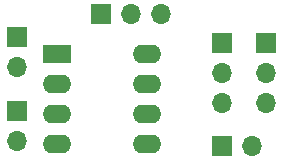
<source format=gbr>
%TF.GenerationSoftware,KiCad,Pcbnew,8.0.6*%
%TF.CreationDate,2024-12-31T17:28:59-06:00*%
%TF.ProjectId,OpAmpDistortion,4f70416d-7044-4697-9374-6f7274696f6e,rev?*%
%TF.SameCoordinates,Original*%
%TF.FileFunction,Soldermask,Bot*%
%TF.FilePolarity,Negative*%
%FSLAX46Y46*%
G04 Gerber Fmt 4.6, Leading zero omitted, Abs format (unit mm)*
G04 Created by KiCad (PCBNEW 8.0.6) date 2024-12-31 17:28:59*
%MOMM*%
%LPD*%
G01*
G04 APERTURE LIST*
%ADD10R,1.700000X1.700000*%
%ADD11O,1.700000X1.700000*%
%ADD12R,2.400000X1.600000*%
%ADD13O,2.400000X1.600000*%
G04 APERTURE END LIST*
D10*
%TO.C,RV1*%
X148900000Y-88375000D03*
D11*
X148900000Y-90915000D03*
X148900000Y-93455000D03*
%TD*%
D10*
%TO.C,RV3*%
X138620000Y-85900000D03*
D11*
X141160000Y-85900000D03*
X143700000Y-85900000D03*
%TD*%
D10*
%TO.C,J1*%
X131500000Y-87825000D03*
D11*
X131500000Y-90365000D03*
%TD*%
D12*
%TO.C,U1*%
X134875000Y-89300000D03*
D13*
X134875000Y-91840000D03*
X134875000Y-94380000D03*
X134875000Y-96920000D03*
X142495000Y-96920000D03*
X142495000Y-94380000D03*
X142495000Y-91840000D03*
X142495000Y-89300000D03*
%TD*%
D10*
%TO.C,RV2*%
X152603200Y-88392000D03*
D11*
X152603200Y-90932000D03*
X152603200Y-93472000D03*
%TD*%
D10*
%TO.C,J2*%
X148900000Y-97100000D03*
D11*
X151440000Y-97100000D03*
%TD*%
D10*
%TO.C,BT1*%
X131500000Y-94125000D03*
D11*
X131500000Y-96665000D03*
%TD*%
M02*

</source>
